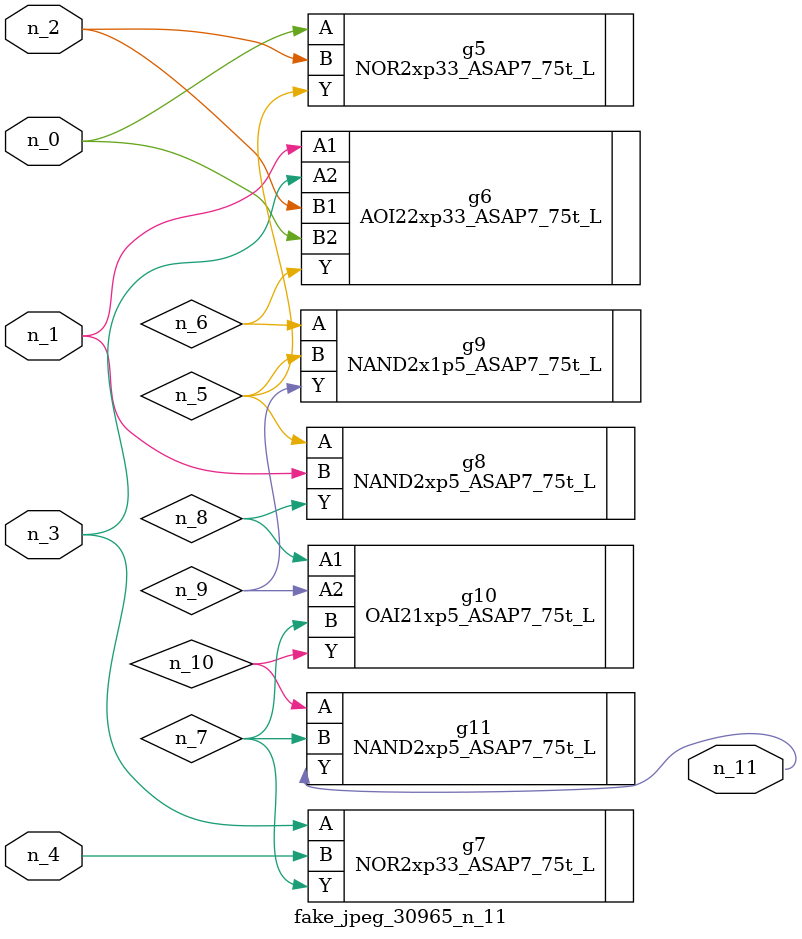
<source format=v>
module fake_jpeg_30965_n_11 (n_3, n_2, n_1, n_0, n_4, n_11);

input n_3;
input n_2;
input n_1;
input n_0;
input n_4;

output n_11;

wire n_10;
wire n_8;
wire n_9;
wire n_6;
wire n_5;
wire n_7;

NOR2xp33_ASAP7_75t_L g5 ( 
.A(n_0),
.B(n_2),
.Y(n_5)
);

AOI22xp33_ASAP7_75t_L g6 ( 
.A1(n_1),
.A2(n_3),
.B1(n_2),
.B2(n_0),
.Y(n_6)
);

NOR2xp33_ASAP7_75t_L g7 ( 
.A(n_3),
.B(n_4),
.Y(n_7)
);

NAND2xp5_ASAP7_75t_L g8 ( 
.A(n_5),
.B(n_1),
.Y(n_8)
);

OAI21xp5_ASAP7_75t_L g10 ( 
.A1(n_8),
.A2(n_9),
.B(n_7),
.Y(n_10)
);

NAND2x1p5_ASAP7_75t_L g9 ( 
.A(n_6),
.B(n_5),
.Y(n_9)
);

NAND2xp5_ASAP7_75t_L g11 ( 
.A(n_10),
.B(n_7),
.Y(n_11)
);


endmodule
</source>
